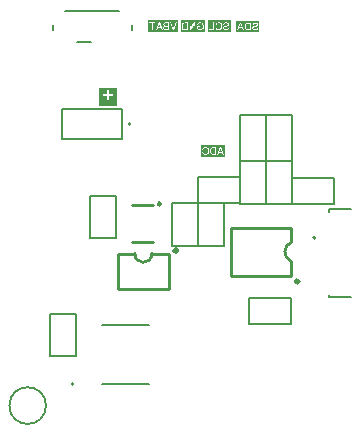
<source format=gbo>
G04*
G04 #@! TF.GenerationSoftware,Altium Limited,Altium Designer,19.0.15 (446)*
G04*
G04 Layer_Color=32896*
%FSLAX44Y44*%
%MOMM*%
G71*
G01*
G75*
%ADD10C,0.3000*%
%ADD11C,0.1270*%
%ADD12C,0.2000*%
%ADD76C,0.2540*%
G36*
X528750Y448500D02*
X508750D01*
Y458500D01*
X528750D01*
Y448500D01*
D02*
G37*
G36*
X511500Y554164D02*
X491500D01*
Y564164D01*
X511500D01*
Y554164D01*
D02*
G37*
G36*
X558000Y554000D02*
X538000D01*
Y564000D01*
X558000D01*
Y554000D01*
D02*
G37*
G36*
X534000Y554164D02*
X514000D01*
Y564164D01*
X534000D01*
Y554164D01*
D02*
G37*
G36*
X488750D02*
X463750D01*
Y564164D01*
X488750D01*
Y554164D01*
D02*
G37*
G36*
X437250Y491500D02*
X422250D01*
Y506500D01*
X437250D01*
Y491500D01*
D02*
G37*
%LPC*%
G36*
X515144Y456810D02*
Y453648D01*
X515135Y453713D01*
Y453805D01*
X515126Y453898D01*
X515117Y454018D01*
X515098Y454138D01*
X515052Y454406D01*
X514987Y454702D01*
X514895Y454998D01*
X514765Y455284D01*
X514756Y455294D01*
X514747Y455321D01*
X514728Y455358D01*
X514691Y455405D01*
X514654Y455469D01*
X514608Y455543D01*
X514488Y455710D01*
X514331Y455895D01*
X514146Y456079D01*
X513933Y456264D01*
X513683Y456422D01*
X513674Y456431D01*
X513646Y456440D01*
X513609Y456459D01*
X513563Y456486D01*
X513489Y456514D01*
X513415Y456542D01*
X513323Y456579D01*
X513221Y456616D01*
X513110Y456653D01*
X512990Y456690D01*
X512731Y456745D01*
X512435Y456791D01*
X512130Y456810D01*
X515144D01*
X509486D01*
X512038D01*
X511973Y456801D01*
X511890Y456791D01*
X511788Y456782D01*
X511686Y456773D01*
X511566Y456745D01*
X511316Y456690D01*
X511039Y456606D01*
X510900Y456551D01*
X510771Y456486D01*
X510642Y456403D01*
X510512Y456320D01*
X510503Y456311D01*
X510484Y456301D01*
X510447Y456274D01*
X510401Y456227D01*
X510355Y456181D01*
X510290Y456116D01*
X510225Y456043D01*
X510152Y455969D01*
X510078Y455876D01*
X510004Y455765D01*
X509920Y455654D01*
X509846Y455534D01*
X509782Y455395D01*
X509708Y455257D01*
X509652Y455109D01*
X509597Y454942D01*
X510429Y454748D01*
Y454757D01*
X510438Y454776D01*
X510457Y454813D01*
X510475Y454859D01*
X510494Y454915D01*
X510521Y454989D01*
X510595Y455136D01*
X510688Y455303D01*
X510799Y455469D01*
X510938Y455626D01*
X511085Y455765D01*
X511104Y455784D01*
X511159Y455821D01*
X511252Y455867D01*
X511372Y455932D01*
X511529Y455987D01*
X511705Y456043D01*
X511917Y456079D01*
X512149Y456089D01*
X512223D01*
X512269Y456079D01*
X512333D01*
X512407Y456070D01*
X512583Y456043D01*
X512777Y456006D01*
X512981Y455941D01*
X513193Y455848D01*
X513387Y455728D01*
X513397D01*
X513406Y455710D01*
X513471Y455663D01*
X513554Y455589D01*
X513656Y455479D01*
X513776Y455340D01*
X513887Y455183D01*
X513988Y454989D01*
X514081Y454776D01*
Y454767D01*
X514090Y454748D01*
X514100Y454720D01*
X514109Y454674D01*
X514127Y454619D01*
X514146Y454554D01*
X514173Y454397D01*
X514210Y454212D01*
X514247Y454008D01*
X514266Y453787D01*
X514275Y453546D01*
Y453537D01*
Y453509D01*
Y453463D01*
Y453408D01*
X514266Y453343D01*
Y453260D01*
X514257Y453167D01*
X514247Y453065D01*
X514220Y452844D01*
X514173Y452603D01*
X514118Y452363D01*
X514044Y452122D01*
Y452113D01*
X514035Y452095D01*
X514016Y452067D01*
X513998Y452021D01*
X513942Y451910D01*
X513859Y451780D01*
X513757Y451632D01*
X513628Y451475D01*
X513480Y451337D01*
X513304Y451207D01*
X513295D01*
X513277Y451198D01*
X513249Y451179D01*
X513212Y451161D01*
X513166Y451142D01*
X513110Y451115D01*
X512981Y451059D01*
X512814Y451004D01*
X512629Y450957D01*
X512426Y450920D01*
X512213Y450911D01*
X512149D01*
X512093Y450920D01*
X512028D01*
X511964Y450930D01*
X511797Y450967D01*
X511603Y451013D01*
X511409Y451087D01*
X511206Y451189D01*
X511104Y451244D01*
X511011Y451318D01*
X511002Y451327D01*
X510993Y451337D01*
X510965Y451364D01*
X510928Y451392D01*
X510891Y451438D01*
X510845Y451494D01*
X510789Y451549D01*
X510743Y451623D01*
X510688Y451706D01*
X510623Y451799D01*
X510568Y451891D01*
X510512Y452002D01*
X510466Y452122D01*
X510420Y452252D01*
X510373Y452391D01*
X510336Y452538D01*
X509486Y452326D01*
Y452317D01*
X509495Y452280D01*
X509514Y452224D01*
X509541Y452150D01*
X509569Y452067D01*
X509606Y451965D01*
X509652Y451854D01*
X509708Y451734D01*
X509837Y451475D01*
X510004Y451216D01*
X510105Y451087D01*
X510207Y450957D01*
X510318Y450846D01*
X510447Y450736D01*
X510457Y450726D01*
X510475Y450708D01*
X510521Y450689D01*
X510568Y450652D01*
X510642Y450606D01*
X510716Y450560D01*
X510817Y450514D01*
X510919Y450467D01*
X511039Y450412D01*
X511169Y450366D01*
X511307Y450320D01*
X511455Y450273D01*
X511612Y450236D01*
X511779Y450218D01*
X511954Y450199D01*
X512139Y450190D01*
X512241D01*
X512315Y450199D01*
X512398D01*
X512500Y450209D01*
X512611Y450227D01*
X512740Y450246D01*
X513008Y450292D01*
X513286Y450366D01*
X513563Y450467D01*
X513693Y450532D01*
X513822Y450606D01*
X513831Y450615D01*
X513850Y450625D01*
X513887Y450652D01*
X513924Y450689D01*
X513979Y450726D01*
X514044Y450782D01*
X514118Y450846D01*
X514192Y450920D01*
X514266Y451004D01*
X514349Y451087D01*
X514515Y451300D01*
X514673Y451549D01*
X514811Y451827D01*
Y451836D01*
X514830Y451864D01*
X514839Y451910D01*
X514867Y451965D01*
X514885Y452039D01*
X514913Y452132D01*
X514950Y452233D01*
X514978Y452344D01*
X515005Y452464D01*
X515042Y452603D01*
X515089Y452890D01*
X515126Y453213D01*
X515144Y453546D01*
Y450736D01*
Y456810D01*
D02*
G37*
G36*
X525573Y456699D02*
X524649D01*
X522032Y450301D01*
X526944D01*
X522994D01*
X523743Y452243D01*
X526424D01*
X527117Y450301D01*
X528014D01*
X525573Y456699D01*
D02*
G37*
G36*
X521348D02*
X518889D01*
X518722Y456690D01*
X518537Y456680D01*
X518352Y456662D01*
X518167Y456634D01*
X518010Y456606D01*
X518001D01*
X517983Y456597D01*
X517955D01*
X517918Y456579D01*
X517816Y456551D01*
X517687Y456505D01*
X517539Y456440D01*
X517382Y456357D01*
X517225Y456264D01*
X517076Y456144D01*
X517067Y456135D01*
X517058Y456126D01*
X517030Y456098D01*
X516993Y456070D01*
X516901Y455978D01*
X516790Y455848D01*
X516670Y455691D01*
X516540Y455506D01*
X516420Y455294D01*
X516318Y455053D01*
Y455044D01*
X516309Y455025D01*
X516291Y454989D01*
X516281Y454933D01*
X516254Y454868D01*
X516235Y454794D01*
X516217Y454711D01*
X516189Y454609D01*
X516161Y454508D01*
X516143Y454388D01*
X516096Y454129D01*
X516069Y453842D01*
X516059Y453528D01*
Y453408D01*
X516069Y453343D01*
Y453269D01*
X516078Y453093D01*
X516106Y452890D01*
X516133Y452677D01*
X516180Y452455D01*
X516235Y452233D01*
Y452224D01*
X516244Y452206D01*
X516254Y452178D01*
X516263Y452141D01*
X516300Y452039D01*
X516355Y451910D01*
X516411Y451762D01*
X516485Y451614D01*
X516577Y451457D01*
X516670Y451309D01*
X516679Y451290D01*
X516716Y451244D01*
X516771Y451179D01*
X516845Y451096D01*
X516929Y451004D01*
X517030Y450911D01*
X517132Y450810D01*
X517252Y450726D01*
X517271Y450717D01*
X517308Y450689D01*
X517372Y450652D01*
X517465Y450606D01*
X517576Y450551D01*
X517705Y450504D01*
X517853Y450449D01*
X518020Y450403D01*
X518038D01*
X518066Y450393D01*
X518094Y450384D01*
X518186Y450375D01*
X518315Y450356D01*
X518463Y450338D01*
X518639Y450320D01*
X518833Y450310D01*
X519046Y450301D01*
X516059D01*
X521348D01*
Y456699D01*
D02*
G37*
G36*
X512139Y450190D02*
X509486D01*
X512139D01*
D01*
D02*
G37*
%LPD*%
G36*
X525130Y456024D02*
X525139Y456006D01*
Y455969D01*
X525157Y455932D01*
X525166Y455867D01*
X525185Y455802D01*
X525222Y455645D01*
X525268Y455460D01*
X525333Y455257D01*
X525398Y455035D01*
X525481Y454804D01*
X526174Y452936D01*
X524011D01*
X524676Y454693D01*
Y454702D01*
X524686Y454730D01*
X524704Y454776D01*
X524723Y454831D01*
X524750Y454896D01*
X524778Y454979D01*
X524806Y455072D01*
X524843Y455164D01*
X524917Y455377D01*
X524991Y455599D01*
X525065Y455821D01*
X525130Y456033D01*
Y456024D01*
D02*
G37*
G36*
X520497Y451059D02*
X518981D01*
X518916Y451068D01*
X518778Y451078D01*
X518621Y451087D01*
X518454Y451105D01*
X518288Y451133D01*
X518149Y451170D01*
X518130Y451179D01*
X518084Y451189D01*
X518020Y451216D01*
X517936Y451253D01*
X517844Y451309D01*
X517752Y451364D01*
X517659Y451429D01*
X517567Y451503D01*
X517557Y451521D01*
X517520Y451558D01*
X517465Y451623D01*
X517400Y451716D01*
X517326Y451836D01*
X517243Y451974D01*
X517169Y452132D01*
X517104Y452307D01*
Y452317D01*
X517095Y452335D01*
X517086Y452363D01*
X517076Y452400D01*
X517067Y452446D01*
X517049Y452511D01*
X517030Y452575D01*
X517012Y452649D01*
X516984Y452834D01*
X516956Y453047D01*
X516938Y453287D01*
X516929Y453546D01*
Y453555D01*
Y453592D01*
Y453639D01*
X516938Y453713D01*
Y453796D01*
X516947Y453888D01*
X516956Y453999D01*
X516966Y454110D01*
X517012Y454360D01*
X517067Y454619D01*
X517150Y454859D01*
X517206Y454979D01*
X517261Y455081D01*
Y455090D01*
X517280Y455109D01*
X517298Y455136D01*
X517317Y455173D01*
X517391Y455266D01*
X517483Y455377D01*
X517603Y455497D01*
X517742Y455617D01*
X517899Y455719D01*
X518066Y455802D01*
X518084Y455811D01*
X518130Y455821D01*
X518214Y455848D01*
X518334Y455876D01*
X518482Y455895D01*
X518667Y455922D01*
X518778Y455932D01*
X518898D01*
X519018Y455941D01*
X520497D01*
Y451059D01*
D02*
G37*
%LPC*%
G36*
X503793Y562363D02*
X500306D01*
X502924D01*
X499568Y557333D01*
Y562363D01*
X498754D01*
Y555965D01*
X499632D01*
X502979Y560985D01*
Y555965D01*
X503793D01*
Y562363D01*
D02*
G37*
G36*
X510958Y562474D02*
X507639D01*
X507584Y562465D01*
X507510D01*
X507334Y562446D01*
X507140Y562419D01*
X506936Y562372D01*
X506715Y562317D01*
X506502Y562243D01*
X506493D01*
X506474Y562234D01*
X506446Y562225D01*
X506409Y562206D01*
X506308Y562150D01*
X506178Y562086D01*
X506040Y561993D01*
X505892Y561882D01*
X505753Y561762D01*
X505624Y561614D01*
X505605Y561596D01*
X505568Y561540D01*
X505513Y561457D01*
X505439Y561337D01*
X505365Y561189D01*
X505281Y561004D01*
X505198Y560801D01*
X505134Y560569D01*
X505901Y560366D01*
Y560375D01*
X505910Y560385D01*
X505919Y560412D01*
X505929Y560449D01*
X505956Y560532D01*
X505993Y560644D01*
X506049Y560773D01*
X506114Y560893D01*
X506178Y561022D01*
X506261Y561133D01*
X506271Y561143D01*
X506298Y561180D01*
X506354Y561226D01*
X506419Y561291D01*
X506502Y561365D01*
X506613Y561439D01*
X506733Y561512D01*
X506872Y561577D01*
X506890Y561586D01*
X506936Y561605D01*
X507020Y561633D01*
X507131Y561670D01*
X507260Y561698D01*
X507408Y561725D01*
X507574Y561744D01*
X507750Y561753D01*
X507852D01*
X507898Y561744D01*
X507953D01*
X508092Y561734D01*
X508249Y561707D01*
X508425Y561679D01*
X508591Y561633D01*
X508758Y561568D01*
X508776Y561559D01*
X508832Y561540D01*
X508906Y561494D01*
X508998Y561448D01*
X509109Y561374D01*
X509229Y561300D01*
X509340Y561207D01*
X509442Y561106D01*
X509451Y561096D01*
X509488Y561059D01*
X509534Y560995D01*
X509590Y560921D01*
X509655Y560828D01*
X509719Y560717D01*
X509784Y560597D01*
X509849Y560468D01*
Y560458D01*
X509858Y560440D01*
X509867Y560412D01*
X509886Y560366D01*
X509904Y560311D01*
X509923Y560246D01*
X509950Y560172D01*
X509969Y560089D01*
X510015Y559895D01*
X510052Y559673D01*
X510080Y559441D01*
X510089Y559183D01*
Y559173D01*
Y559146D01*
Y559099D01*
X510080Y559044D01*
Y558970D01*
X510071Y558877D01*
X510061Y558785D01*
X510052Y558683D01*
X510015Y558452D01*
X509969Y558212D01*
X509895Y557971D01*
X509803Y557740D01*
Y557731D01*
X509784Y557713D01*
X509775Y557685D01*
X509747Y557648D01*
X509682Y557546D01*
X509581Y557417D01*
X509460Y557278D01*
X509313Y557139D01*
X509137Y557010D01*
X508943Y556890D01*
X508933D01*
X508915Y556880D01*
X508887Y556862D01*
X508841Y556843D01*
X508795Y556825D01*
X508730Y556806D01*
X508582Y556751D01*
X508397Y556705D01*
X508194Y556659D01*
X507972Y556622D01*
X507741Y556612D01*
X507648D01*
X507593Y556622D01*
X507537D01*
X507399Y556640D01*
X507232Y556659D01*
X507057Y556696D01*
X506862Y556751D01*
X506668Y556816D01*
X506659D01*
X506641Y556825D01*
X506622Y556834D01*
X506585Y556853D01*
X506483Y556899D01*
X506372Y556954D01*
X506243Y557019D01*
X506104Y557093D01*
X505975Y557176D01*
X505864Y557269D01*
Y558471D01*
X507750D01*
Y559229D01*
X505032D01*
Y556853D01*
X505041Y556843D01*
X505060Y556834D01*
X505097Y556806D01*
X505143Y556769D01*
X505198Y556733D01*
X505263Y556686D01*
X505346Y556631D01*
X505429Y556575D01*
X505624Y556455D01*
X505845Y556326D01*
X506077Y556206D01*
X506326Y556104D01*
X506335D01*
X506354Y556095D01*
X506391Y556085D01*
X506437Y556067D01*
X506502Y556048D01*
X506576Y556021D01*
X506659Y556002D01*
X506742Y555984D01*
X506946Y555937D01*
X507177Y555891D01*
X507426Y555863D01*
X507685Y555854D01*
X507778D01*
X507842Y555863D01*
X507926D01*
X508027Y555873D01*
X508138Y555891D01*
X508259Y555900D01*
X508527Y555956D01*
X508813Y556021D01*
X509109Y556122D01*
X509257Y556178D01*
X509405Y556252D01*
X509414Y556261D01*
X509442Y556270D01*
X509479Y556298D01*
X509534Y556326D01*
X509599Y556372D01*
X509664Y556418D01*
X509840Y556548D01*
X510024Y556714D01*
X510219Y556917D01*
X510404Y557149D01*
X510570Y557417D01*
Y557426D01*
X510588Y557454D01*
X510607Y557491D01*
X510635Y557555D01*
X510662Y557620D01*
X510690Y557713D01*
X510727Y557805D01*
X510764Y557916D01*
X510801Y558036D01*
X510838Y558175D01*
X510866Y558314D01*
X510894Y558461D01*
X510940Y558785D01*
X510958Y559127D01*
Y556548D01*
Y559220D01*
X510949Y559284D01*
Y559368D01*
X510940Y559469D01*
X510921Y559571D01*
X510912Y559691D01*
X510884Y559821D01*
X510866Y559959D01*
X510792Y560255D01*
X510699Y560560D01*
X510570Y560865D01*
X510561Y560875D01*
X510551Y560902D01*
X510533Y560939D01*
X510496Y560995D01*
X510459Y561069D01*
X510413Y561143D01*
X510283Y561318D01*
X510126Y561522D01*
X509932Y561716D01*
X509710Y561910D01*
X509581Y561993D01*
X509451Y562076D01*
X509442Y562086D01*
X509414Y562095D01*
X509377Y562113D01*
X509322Y562141D01*
X509248Y562169D01*
X509165Y562206D01*
X509072Y562243D01*
X508961Y562280D01*
X508841Y562317D01*
X508712Y562345D01*
X508573Y562382D01*
X508425Y562409D01*
X508101Y562456D01*
X507935Y562474D01*
X510958D01*
D01*
D02*
G37*
G36*
X497330Y562363D02*
X494871D01*
X494705Y562354D01*
X494520Y562345D01*
X494335Y562326D01*
X494150Y562298D01*
X493993Y562271D01*
X493983D01*
X493965Y562261D01*
X493937D01*
X493900Y562243D01*
X493798Y562215D01*
X493669Y562169D01*
X493521Y562104D01*
X493364Y562021D01*
X493207Y561929D01*
X493059Y561808D01*
X493050Y561799D01*
X493040Y561790D01*
X493013Y561762D01*
X492976Y561734D01*
X492883Y561642D01*
X492772Y561512D01*
X492652Y561355D01*
X492523Y561171D01*
X492402Y560958D01*
X492301Y560717D01*
Y560708D01*
X492291Y560690D01*
X492273Y560653D01*
X492264Y560597D01*
X492236Y560532D01*
X492217Y560458D01*
X492199Y560375D01*
X492171Y560274D01*
X492143Y560172D01*
X492125Y560052D01*
X492079Y559793D01*
X492051Y559506D01*
X492042Y559192D01*
Y559072D01*
X492051Y559007D01*
Y558933D01*
X492060Y558757D01*
X492088Y558554D01*
X492116Y558341D01*
X492162Y558119D01*
X492217Y557897D01*
Y557888D01*
X492227Y557870D01*
X492236Y557842D01*
X492245Y557805D01*
X492282Y557703D01*
X492338Y557574D01*
X492393Y557426D01*
X492467Y557278D01*
X492560Y557121D01*
X492652Y556973D01*
X492661Y556954D01*
X492698Y556908D01*
X492754Y556843D01*
X492828Y556760D01*
X492911Y556668D01*
X493013Y556575D01*
X493114Y556474D01*
X493234Y556390D01*
X493253Y556381D01*
X493290Y556353D01*
X493355Y556316D01*
X493447Y556270D01*
X493558Y556215D01*
X493688Y556169D01*
X493835Y556113D01*
X494002Y556067D01*
X494020D01*
X494048Y556058D01*
X494076Y556048D01*
X494168Y556039D01*
X494298Y556021D01*
X494446Y556002D01*
X494621Y555984D01*
X494815Y555974D01*
X495028Y555965D01*
X492042D01*
Y559072D01*
Y555965D01*
D01*
X497330D01*
Y562363D01*
D02*
G37*
%LPD*%
G36*
X496480Y556723D02*
X494963D01*
X494899Y556733D01*
X494760Y556742D01*
X494603Y556751D01*
X494436Y556769D01*
X494270Y556797D01*
X494131Y556834D01*
X494113Y556843D01*
X494067Y556853D01*
X494002Y556880D01*
X493919Y556917D01*
X493826Y556973D01*
X493734Y557028D01*
X493641Y557093D01*
X493549Y557167D01*
X493540Y557186D01*
X493503Y557223D01*
X493447Y557287D01*
X493382Y557380D01*
X493308Y557500D01*
X493225Y557639D01*
X493151Y557796D01*
X493087Y557971D01*
Y557981D01*
X493077Y557999D01*
X493068Y558027D01*
X493059Y558064D01*
X493050Y558110D01*
X493031Y558175D01*
X493013Y558240D01*
X492994Y558314D01*
X492966Y558498D01*
X492939Y558711D01*
X492920Y558951D01*
X492911Y559210D01*
Y559220D01*
Y559257D01*
Y559303D01*
X492920Y559377D01*
Y559460D01*
X492929Y559552D01*
X492939Y559663D01*
X492948Y559774D01*
X492994Y560024D01*
X493050Y560283D01*
X493133Y560523D01*
X493188Y560644D01*
X493244Y560745D01*
Y560754D01*
X493262Y560773D01*
X493281Y560801D01*
X493299Y560838D01*
X493373Y560930D01*
X493466Y561041D01*
X493586Y561161D01*
X493724Y561281D01*
X493882Y561383D01*
X494048Y561466D01*
X494067Y561476D01*
X494113Y561485D01*
X494196Y561512D01*
X494316Y561540D01*
X494464Y561559D01*
X494649Y561586D01*
X494760Y561596D01*
X494880D01*
X495000Y561605D01*
X496480D01*
Y556723D01*
D02*
G37*
%LPC*%
G36*
X554504Y562310D02*
X554384D01*
X554319Y562301D01*
X554255D01*
X554079Y562282D01*
X553885Y562254D01*
X553681Y562208D01*
X553460Y562153D01*
X553256Y562079D01*
X553247D01*
X553228Y562070D01*
X553201Y562051D01*
X553164Y562033D01*
X553071Y561986D01*
X552951Y561903D01*
X552812Y561811D01*
X552674Y561690D01*
X552544Y561552D01*
X552424Y561395D01*
Y561385D01*
X552415Y561376D01*
X552396Y561348D01*
X552378Y561321D01*
X552332Y561228D01*
X552276Y561108D01*
X552211Y560960D01*
X552165Y560784D01*
X552119Y560600D01*
X552100Y560396D01*
X552914Y560331D01*
Y560341D01*
Y560359D01*
X552923Y560387D01*
X552933Y560433D01*
X552960Y560535D01*
X552997Y560673D01*
X553053Y560821D01*
X553136Y560969D01*
X553238Y561108D01*
X553367Y561237D01*
X553386Y561247D01*
X553432Y561284D01*
X553524Y561339D01*
X553644Y561395D01*
X553802Y561450D01*
X553987Y561506D01*
X554218Y561543D01*
X554477Y561552D01*
X554606D01*
X554661Y561543D01*
X554735Y561533D01*
X554902Y561515D01*
X555087Y561478D01*
X555272Y561432D01*
X555447Y561358D01*
X555521Y561311D01*
X555595Y561265D01*
X555614Y561256D01*
X555651Y561219D01*
X555706Y561154D01*
X555762Y561080D01*
X555826Y560979D01*
X555882Y560868D01*
X555919Y560738D01*
X555937Y560590D01*
Y560572D01*
Y560535D01*
X555928Y560470D01*
X555910Y560396D01*
X555882Y560304D01*
X555836Y560211D01*
X555780Y560119D01*
X555697Y560026D01*
X555688Y560017D01*
X555642Y559989D01*
X555605Y559962D01*
X555568Y559943D01*
X555512Y559915D01*
X555447Y559878D01*
X555364Y559851D01*
X555272Y559814D01*
X555170Y559777D01*
X555050Y559730D01*
X554920Y559693D01*
X554772Y559647D01*
X554606Y559610D01*
X554421Y559564D01*
X554412D01*
X554375Y559555D01*
X554319Y559546D01*
X554255Y559527D01*
X554171Y559509D01*
X554070Y559481D01*
X553968Y559453D01*
X553857Y559425D01*
X553617Y559361D01*
X553386Y559296D01*
X553275Y559259D01*
X553173Y559222D01*
X553080Y559194D01*
X553007Y559157D01*
X552997D01*
X552979Y559148D01*
X552951Y559129D01*
X552914Y559111D01*
X552812Y559055D01*
X552692Y558982D01*
X552553Y558880D01*
X552415Y558769D01*
X552285Y558639D01*
X552174Y558501D01*
X552165Y558482D01*
X552128Y558436D01*
X552091Y558353D01*
X552036Y558242D01*
X551990Y558112D01*
X551943Y557955D01*
X551916Y557780D01*
X551906Y557595D01*
Y557622D01*
Y557511D01*
X551925Y557410D01*
X551943Y557280D01*
X551980Y557132D01*
X552026Y556975D01*
X552100Y556809D01*
X552202Y556633D01*
Y556624D01*
X552211Y556615D01*
X552258Y556559D01*
X552322Y556476D01*
X552415Y556384D01*
X552535Y556273D01*
X552683Y556152D01*
X552849Y556041D01*
X553044Y555940D01*
X553053D01*
X553071Y555930D01*
X553099Y555921D01*
X553136Y555903D01*
X553191Y555884D01*
X553256Y555857D01*
X553404Y555820D01*
X553580Y555773D01*
X553792Y555727D01*
X554024Y555699D01*
X554273Y555690D01*
X551906D01*
D01*
X556991D01*
D01*
X554421D01*
X554495Y555699D01*
X554578D01*
X554671Y555709D01*
X554782Y555718D01*
X555013Y555755D01*
X555253Y555792D01*
X555494Y555857D01*
X555725Y555940D01*
X555734D01*
X555752Y555949D01*
X555780Y555967D01*
X555817Y555986D01*
X555928Y556041D01*
X556058Y556125D01*
X556205Y556236D01*
X556363Y556365D01*
X556511Y556522D01*
X556649Y556698D01*
Y556707D01*
X556668Y556726D01*
X556677Y556753D01*
X556705Y556790D01*
X556723Y556837D01*
X556751Y556892D01*
X556816Y557031D01*
X556880Y557206D01*
X556936Y557401D01*
X556973Y557622D01*
X556991Y557854D01*
X556196Y557928D01*
Y557918D01*
Y557909D01*
X556187Y557881D01*
Y557844D01*
X556169Y557761D01*
X556141Y557641D01*
X556104Y557521D01*
X556067Y557382D01*
X556002Y557253D01*
X555937Y557132D01*
X555928Y557123D01*
X555900Y557086D01*
X555854Y557021D01*
X555780Y556957D01*
X555688Y556874D01*
X555586Y556790D01*
X555447Y556707D01*
X555299Y556633D01*
X555290D01*
X555281Y556624D01*
X555253Y556615D01*
X555225Y556605D01*
X555133Y556578D01*
X555013Y556541D01*
X554865Y556504D01*
X554698Y556476D01*
X554514Y556457D01*
X554310Y556448D01*
X554227D01*
X554134Y556457D01*
X554024Y556467D01*
X553894Y556485D01*
X553746Y556504D01*
X553598Y556541D01*
X553460Y556587D01*
X553441Y556596D01*
X553395Y556615D01*
X553330Y556652D01*
X553247Y556689D01*
X553164Y556753D01*
X553071Y556818D01*
X552979Y556892D01*
X552905Y556984D01*
X552896Y556994D01*
X552877Y557031D01*
X552849Y557077D01*
X552812Y557151D01*
X552775Y557225D01*
X552748Y557317D01*
X552729Y557419D01*
X552720Y557530D01*
Y557539D01*
Y557585D01*
X552729Y557641D01*
X552738Y557715D01*
X552766Y557789D01*
X552794Y557881D01*
X552840Y557974D01*
X552905Y558057D01*
X552914Y558066D01*
X552942Y558094D01*
X552979Y558131D01*
X553044Y558186D01*
X553117Y558242D01*
X553219Y558307D01*
X553339Y558371D01*
X553478Y558427D01*
X553487Y558436D01*
X553534Y558445D01*
X553607Y558473D01*
X553654Y558482D01*
X553718Y558501D01*
X553783Y558529D01*
X553866Y558547D01*
X553959Y558575D01*
X554070Y558602D01*
X554181Y558630D01*
X554310Y558667D01*
X554458Y558704D01*
X554615Y558741D01*
X554624D01*
X554652Y558750D01*
X554698Y558760D01*
X554754Y558778D01*
X554828Y558797D01*
X554911Y558815D01*
X555096Y558871D01*
X555299Y558935D01*
X555512Y559000D01*
X555697Y559065D01*
X555780Y559102D01*
X555854Y559139D01*
X555863D01*
X555873Y559148D01*
X555928Y559185D01*
X556011Y559231D01*
X556104Y559305D01*
X556215Y559388D01*
X556326Y559490D01*
X556437Y559610D01*
X556529Y559740D01*
X556538Y559758D01*
X556566Y559804D01*
X556603Y559878D01*
X556640Y559971D01*
X556677Y560091D01*
X556714Y560230D01*
X556742Y560378D01*
X556751Y560535D01*
Y560544D01*
Y560553D01*
Y560581D01*
Y560618D01*
X556732Y560710D01*
X556714Y560831D01*
X556686Y560969D01*
X556640Y561127D01*
X556575Y561284D01*
X556483Y561441D01*
Y561450D01*
X556474Y561459D01*
X556427Y561515D01*
X556363Y561589D01*
X556279Y561681D01*
X556169Y561783D01*
X556030Y561894D01*
X555863Y561996D01*
X555678Y562088D01*
X555669D01*
X555651Y562097D01*
X555623Y562107D01*
X555586Y562125D01*
X555540Y562144D01*
X555475Y562162D01*
X555336Y562199D01*
X555161Y562236D01*
X554957Y562273D01*
X554745Y562301D01*
X554504Y562310D01*
D02*
G37*
G36*
X550741Y562199D02*
X548282D01*
X548116Y562190D01*
X547931Y562180D01*
X547746Y562162D01*
X547561Y562134D01*
X547404Y562107D01*
X547394D01*
X547376Y562097D01*
X547348D01*
X547311Y562079D01*
X547210Y562051D01*
X547080Y562005D01*
X546932Y561940D01*
X546775Y561857D01*
X546618Y561764D01*
X546470Y561644D01*
X546461Y561635D01*
X546451Y561626D01*
X546424Y561598D01*
X546387Y561570D01*
X546294Y561478D01*
X546183Y561348D01*
X546063Y561191D01*
X545934Y561006D01*
X545813Y560794D01*
X545712Y560553D01*
Y560544D01*
X545703Y560526D01*
X545684Y560489D01*
X545675Y560433D01*
X545647Y560368D01*
X545629Y560294D01*
X545610Y560211D01*
X545582Y560109D01*
X545555Y560008D01*
X545536Y559888D01*
X545490Y559629D01*
X545462Y559342D01*
X545453Y559028D01*
Y558908D01*
X545462Y558843D01*
Y558769D01*
X545471Y558593D01*
X545499Y558390D01*
X545527Y558177D01*
X545573Y557955D01*
X545629Y557733D01*
Y557724D01*
X545638Y557706D01*
X545647Y557678D01*
X545656Y557641D01*
X545693Y557539D01*
X545749Y557410D01*
X545804Y557262D01*
X545878Y557114D01*
X545971Y556957D01*
X546063Y556809D01*
X546072Y556790D01*
X546109Y556744D01*
X546165Y556679D01*
X546239Y556596D01*
X546322Y556504D01*
X546424Y556411D01*
X546525Y556310D01*
X546646Y556226D01*
X546664Y556217D01*
X546701Y556189D01*
X546766Y556152D01*
X546858Y556106D01*
X546969Y556051D01*
X547099Y556004D01*
X547247Y555949D01*
X547413Y555903D01*
X547431D01*
X547459Y555894D01*
X547487Y555884D01*
X547579Y555875D01*
X547709Y555857D01*
X547857Y555838D01*
X548032Y555820D01*
X548227Y555810D01*
X548439Y555801D01*
X545453D01*
Y558908D01*
Y555801D01*
D01*
X550741D01*
Y562199D01*
D02*
G37*
G36*
X542550D02*
X541625D01*
X539009Y555801D01*
X543920D01*
X539970D01*
X540719Y557743D01*
X543400D01*
X544094Y555801D01*
X544991D01*
X542550Y562199D01*
D02*
G37*
%LPD*%
G36*
X549891Y556559D02*
X548374D01*
X548310Y556568D01*
X548171Y556578D01*
X548014Y556587D01*
X547847Y556605D01*
X547681Y556633D01*
X547542Y556670D01*
X547524Y556679D01*
X547478Y556689D01*
X547413Y556716D01*
X547330Y556753D01*
X547237Y556809D01*
X547145Y556864D01*
X547052Y556929D01*
X546960Y557003D01*
X546951Y557021D01*
X546914Y557058D01*
X546858Y557123D01*
X546793Y557216D01*
X546720Y557336D01*
X546636Y557475D01*
X546562Y557632D01*
X546498Y557807D01*
Y557817D01*
X546488Y557835D01*
X546479Y557863D01*
X546470Y557900D01*
X546461Y557946D01*
X546442Y558011D01*
X546424Y558075D01*
X546405Y558149D01*
X546377Y558334D01*
X546350Y558547D01*
X546331Y558787D01*
X546322Y559046D01*
Y559055D01*
Y559092D01*
Y559139D01*
X546331Y559213D01*
Y559296D01*
X546340Y559388D01*
X546350Y559499D01*
X546359Y559610D01*
X546405Y559860D01*
X546461Y560119D01*
X546544Y560359D01*
X546599Y560479D01*
X546655Y560581D01*
Y560590D01*
X546673Y560609D01*
X546692Y560636D01*
X546710Y560673D01*
X546784Y560766D01*
X546877Y560877D01*
X546997Y560997D01*
X547136Y561117D01*
X547293Y561219D01*
X547459Y561302D01*
X547478Y561311D01*
X547524Y561321D01*
X547607Y561348D01*
X547727Y561376D01*
X547875Y561395D01*
X548060Y561422D01*
X548171Y561432D01*
X548291D01*
X548411Y561441D01*
X549891D01*
Y556559D01*
D02*
G37*
G36*
X542106Y561524D02*
X542115Y561506D01*
Y561469D01*
X542134Y561432D01*
X542143Y561367D01*
X542161Y561302D01*
X542198Y561145D01*
X542245Y560960D01*
X542309Y560757D01*
X542374Y560535D01*
X542457Y560304D01*
X543151Y558436D01*
X540987D01*
X541653Y560193D01*
Y560202D01*
X541662Y560230D01*
X541681Y560276D01*
X541699Y560331D01*
X541727Y560396D01*
X541755Y560479D01*
X541782Y560572D01*
X541819Y560664D01*
X541893Y560877D01*
X541967Y561099D01*
X542041Y561321D01*
X542106Y561533D01*
Y561524D01*
D02*
G37*
%LPC*%
G36*
X529848Y562474D02*
X529728D01*
D01*
D01*
D01*
X527250D01*
X529728D01*
X529663Y562465D01*
X529598D01*
X529422Y562446D01*
X529228Y562419D01*
X529025Y562372D01*
X528803Y562317D01*
X528600Y562243D01*
X528590D01*
X528572Y562234D01*
X528544Y562215D01*
X528507Y562197D01*
X528415Y562150D01*
X528295Y562067D01*
X528156Y561975D01*
X528017Y561855D01*
X527888Y561716D01*
X527768Y561559D01*
Y561549D01*
X527758Y561540D01*
X527740Y561512D01*
X527721Y561485D01*
X527675Y561392D01*
X527620Y561272D01*
X527555Y561124D01*
X527509Y560949D01*
X527463Y560764D01*
X527444Y560560D01*
X528258Y560495D01*
Y560505D01*
Y560523D01*
X528267Y560551D01*
X528276Y560597D01*
X528304Y560699D01*
X528341Y560838D01*
X528396Y560985D01*
X528479Y561133D01*
X528581Y561272D01*
X528711Y561402D01*
X528729Y561411D01*
X528775Y561448D01*
X528868Y561503D01*
X528988Y561559D01*
X529145Y561614D01*
X529330Y561670D01*
X529561Y561707D01*
X529820Y561716D01*
X529949D01*
X530005Y561707D01*
X530079Y561698D01*
X530245Y561679D01*
X530430Y561642D01*
X530615Y561596D01*
X530791Y561522D01*
X530865Y561476D01*
X530939Y561429D01*
X530957Y561420D01*
X530994Y561383D01*
X531050Y561318D01*
X531105Y561244D01*
X531170Y561143D01*
X531225Y561032D01*
X531262Y560902D01*
X531281Y560754D01*
Y560736D01*
Y560699D01*
X531272Y560634D01*
X531253Y560560D01*
X531225Y560468D01*
X531179Y560375D01*
X531124Y560283D01*
X531040Y560190D01*
X531031Y560181D01*
X530985Y560153D01*
X530948Y560126D01*
X530911Y560107D01*
X530856Y560079D01*
X530791Y560042D01*
X530708Y560015D01*
X530615Y559978D01*
X530513Y559941D01*
X530393Y559895D01*
X530264Y559858D01*
X530116Y559811D01*
X529949Y559774D01*
X529765Y559728D01*
X529755D01*
X529718Y559719D01*
X529663Y559710D01*
X529598Y559691D01*
X529515Y559673D01*
X529413Y559645D01*
X529312Y559617D01*
X529201Y559590D01*
X528960Y559525D01*
X528729Y559460D01*
X528618Y559423D01*
X528517Y559386D01*
X528424Y559358D01*
X528350Y559321D01*
X528341D01*
X528322Y559312D01*
X528295Y559294D01*
X528258Y559275D01*
X528156Y559220D01*
X528036Y559146D01*
X527897Y559044D01*
X527758Y558933D01*
X527629Y558804D01*
X527518Y558665D01*
X527509Y558646D01*
X527472Y558600D01*
X527435Y558517D01*
X527379Y558406D01*
X527333Y558277D01*
X527287Y558119D01*
X527259Y557944D01*
X527250Y557759D01*
Y557787D01*
Y557676D01*
X527268Y557574D01*
X527287Y557444D01*
X527324Y557296D01*
X527370Y557139D01*
X527444Y556973D01*
X527546Y556797D01*
Y556788D01*
X527555Y556779D01*
X527601Y556723D01*
X527666Y556640D01*
X527758Y556548D01*
X527878Y556437D01*
X528027Y556316D01*
X528193Y556206D01*
X528387Y556104D01*
X528396D01*
X528415Y556095D01*
X528442Y556085D01*
X528479Y556067D01*
X528535Y556048D01*
X528600Y556021D01*
X528748Y555984D01*
X528923Y555937D01*
X529136Y555891D01*
X529367Y555863D01*
X529617Y555854D01*
X529765D01*
X529839Y555863D01*
X529922D01*
X530014Y555873D01*
X530125Y555882D01*
X530356Y555919D01*
X530597Y555956D01*
X530837Y556021D01*
X531068Y556104D01*
X531077D01*
X531096Y556113D01*
X531124Y556132D01*
X531161Y556150D01*
X531272Y556206D01*
X531401Y556289D01*
X531549Y556400D01*
X531706Y556529D01*
X531854Y556686D01*
X531993Y556862D01*
Y556871D01*
X532011Y556890D01*
X532021Y556917D01*
X532048Y556954D01*
X532067Y557001D01*
X532094Y557056D01*
X532159Y557195D01*
X532224Y557370D01*
X532279Y557565D01*
X532316Y557787D01*
X532335Y558018D01*
X531540Y558092D01*
Y558082D01*
Y558073D01*
X531530Y558045D01*
Y558008D01*
X531512Y557925D01*
X531484Y557805D01*
X531447Y557685D01*
X531410Y557546D01*
X531346Y557417D01*
X531281Y557296D01*
X531272Y557287D01*
X531244Y557250D01*
X531198Y557186D01*
X531124Y557121D01*
X531031Y557038D01*
X530930Y556954D01*
X530791Y556871D01*
X530643Y556797D01*
X530634D01*
X530625Y556788D01*
X530597Y556779D01*
X530569Y556769D01*
X530476Y556742D01*
X530356Y556705D01*
X530208Y556668D01*
X530042Y556640D01*
X529857Y556622D01*
X529654Y556612D01*
X529571D01*
X529478Y556622D01*
X529367Y556631D01*
X529238Y556649D01*
X529090Y556668D01*
X528942Y556705D01*
X528803Y556751D01*
X528785Y556760D01*
X528738Y556779D01*
X528674Y556816D01*
X528590Y556853D01*
X528507Y556917D01*
X528415Y556982D01*
X528322Y557056D01*
X528248Y557149D01*
X528239Y557158D01*
X528221Y557195D01*
X528193Y557241D01*
X528156Y557315D01*
X528119Y557389D01*
X528091Y557481D01*
X528073Y557583D01*
X528063Y557694D01*
Y557703D01*
Y557750D01*
X528073Y557805D01*
X528082Y557879D01*
X528110Y557953D01*
X528137Y558045D01*
X528184Y558138D01*
X528248Y558221D01*
X528258Y558230D01*
X528285Y558258D01*
X528322Y558295D01*
X528387Y558350D01*
X528461Y558406D01*
X528563Y558471D01*
X528683Y558535D01*
X528822Y558591D01*
X528831Y558600D01*
X528877Y558609D01*
X528951Y558637D01*
X528997Y558646D01*
X529062Y558665D01*
X529127Y558693D01*
X529210Y558711D01*
X529302Y558739D01*
X529413Y558767D01*
X529524Y558794D01*
X529654Y558831D01*
X529802Y558868D01*
X529959Y558905D01*
X529968D01*
X529996Y558914D01*
X530042Y558924D01*
X530098Y558942D01*
X530171Y558961D01*
X530255Y558979D01*
X530440Y559035D01*
X530643Y559099D01*
X530856Y559164D01*
X531040Y559229D01*
X531124Y559266D01*
X531198Y559303D01*
X531207D01*
X531216Y559312D01*
X531272Y559349D01*
X531355Y559395D01*
X531447Y559469D01*
X531558Y559552D01*
X531669Y559654D01*
X531780Y559774D01*
X531873Y559904D01*
X531882Y559922D01*
X531910Y559968D01*
X531947Y560042D01*
X531984Y560135D01*
X532021Y560255D01*
X532057Y560394D01*
X532085Y560542D01*
X532094Y560699D01*
Y560708D01*
Y560717D01*
Y560745D01*
Y560782D01*
X532076Y560875D01*
X532057Y560995D01*
X532030Y561133D01*
X531984Y561291D01*
X531919Y561448D01*
X531826Y561605D01*
Y561614D01*
X531817Y561623D01*
X531771Y561679D01*
X531706Y561753D01*
X531623Y561845D01*
X531512Y561947D01*
X531373Y562058D01*
X531207Y562160D01*
X531022Y562252D01*
X531013D01*
X530994Y562261D01*
X530967Y562271D01*
X530930Y562289D01*
X530883Y562308D01*
X530819Y562326D01*
X530680Y562363D01*
X530504Y562400D01*
X530301Y562437D01*
X530088Y562465D01*
X529848Y562474D01*
D02*
G37*
G36*
X526334D02*
Y559312D01*
X526325Y559377D01*
Y559469D01*
X526316Y559562D01*
X526307Y559682D01*
X526288Y559802D01*
X526242Y560070D01*
X526177Y560366D01*
X526085Y560662D01*
X525955Y560949D01*
X525946Y560958D01*
X525937Y560985D01*
X525919Y561022D01*
X525882Y561069D01*
X525844Y561133D01*
X525798Y561207D01*
X525678Y561374D01*
X525521Y561559D01*
X525336Y561744D01*
X525123Y561929D01*
X524874Y562086D01*
X524865Y562095D01*
X524837Y562104D01*
X524800Y562123D01*
X524753Y562150D01*
X524679Y562178D01*
X524606Y562206D01*
X524513Y562243D01*
X524411Y562280D01*
X524300Y562317D01*
X524180Y562354D01*
X523921Y562409D01*
X523625Y562456D01*
X523320Y562474D01*
X526334D01*
X520676D01*
X523228D01*
X523163Y562465D01*
X523080Y562456D01*
X522978Y562446D01*
X522877Y562437D01*
X522757Y562409D01*
X522507Y562354D01*
X522229Y562271D01*
X522091Y562215D01*
X521961Y562150D01*
X521832Y562067D01*
X521702Y561984D01*
X521693Y561975D01*
X521675Y561966D01*
X521638Y561938D01*
X521591Y561892D01*
X521545Y561845D01*
X521481Y561781D01*
X521416Y561707D01*
X521342Y561633D01*
X521268Y561540D01*
X521194Y561429D01*
X521111Y561318D01*
X521037Y561198D01*
X520972Y561059D01*
X520898Y560921D01*
X520843Y560773D01*
X520787Y560606D01*
X521619Y560412D01*
Y560422D01*
X521628Y560440D01*
X521647Y560477D01*
X521665Y560523D01*
X521684Y560579D01*
X521712Y560653D01*
X521786Y560801D01*
X521878Y560967D01*
X521989Y561133D01*
X522128Y561291D01*
X522276Y561429D01*
X522294Y561448D01*
X522350Y561485D01*
X522442Y561531D01*
X522562Y561596D01*
X522719Y561651D01*
X522895Y561707D01*
X523108Y561744D01*
X523339Y561753D01*
X523413D01*
X523459Y561744D01*
X523524D01*
X523598Y561734D01*
X523773Y561707D01*
X523968Y561670D01*
X524171Y561605D01*
X524384Y561512D01*
X524578Y561392D01*
X524587D01*
X524596Y561374D01*
X524661Y561328D01*
X524744Y561254D01*
X524846Y561143D01*
X524966Y561004D01*
X525077Y560847D01*
X525179Y560653D01*
X525271Y560440D01*
Y560431D01*
X525280Y560412D01*
X525290Y560385D01*
X525299Y560338D01*
X525317Y560283D01*
X525336Y560218D01*
X525364Y560061D01*
X525401Y559876D01*
X525438Y559673D01*
X525456Y559451D01*
X525465Y559210D01*
Y559201D01*
Y559173D01*
Y559127D01*
Y559072D01*
X525456Y559007D01*
Y558924D01*
X525447Y558831D01*
X525438Y558730D01*
X525410Y558508D01*
X525364Y558267D01*
X525308Y558027D01*
X525234Y557787D01*
Y557777D01*
X525225Y557759D01*
X525206Y557731D01*
X525188Y557685D01*
X525133Y557574D01*
X525049Y557444D01*
X524948Y557296D01*
X524818Y557139D01*
X524670Y557001D01*
X524495Y556871D01*
X524485D01*
X524467Y556862D01*
X524439Y556843D01*
X524402Y556825D01*
X524356Y556806D01*
X524300Y556779D01*
X524171Y556723D01*
X524005Y556668D01*
X523820Y556622D01*
X523616Y556585D01*
X523404Y556575D01*
X523339D01*
X523284Y556585D01*
X523219D01*
X523154Y556594D01*
X522988Y556631D01*
X522793Y556677D01*
X522599Y556751D01*
X522396Y556853D01*
X522294Y556908D01*
X522202Y556982D01*
X522192Y556991D01*
X522183Y557001D01*
X522155Y557028D01*
X522118Y557056D01*
X522081Y557102D01*
X522035Y557158D01*
X521980Y557213D01*
X521934Y557287D01*
X521878Y557370D01*
X521813Y557463D01*
X521758Y557555D01*
X521702Y557666D01*
X521656Y557787D01*
X521610Y557916D01*
X521564Y558055D01*
X521527Y558203D01*
X520676Y557990D01*
Y557981D01*
X520685Y557944D01*
X520704Y557888D01*
X520732Y557814D01*
X520759Y557731D01*
X520796Y557629D01*
X520843Y557518D01*
X520898Y557398D01*
X521027Y557139D01*
X521194Y556880D01*
X521296Y556751D01*
X521397Y556622D01*
X521508Y556511D01*
X521638Y556400D01*
X521647Y556390D01*
X521665Y556372D01*
X521712Y556353D01*
X521758Y556316D01*
X521832Y556270D01*
X521906Y556224D01*
X522008Y556178D01*
X522109Y556132D01*
X522229Y556076D01*
X522359Y556030D01*
X522498Y555984D01*
X522645Y555937D01*
X522803Y555900D01*
X522969Y555882D01*
X523145Y555863D01*
X523330Y555854D01*
X523431D01*
X523505Y555863D01*
X523589D01*
X523690Y555873D01*
X523801Y555891D01*
X523931Y555910D01*
X524199Y555956D01*
X524476Y556030D01*
X524753Y556132D01*
X524883Y556196D01*
X525012Y556270D01*
X525022Y556279D01*
X525040Y556289D01*
X525077Y556316D01*
X525114Y556353D01*
X525170Y556390D01*
X525234Y556446D01*
X525308Y556511D01*
X525382Y556585D01*
X525456Y556668D01*
X525539Y556751D01*
X525706Y556964D01*
X525863Y557213D01*
X526002Y557491D01*
Y557500D01*
X526020Y557528D01*
X526029Y557574D01*
X526057Y557629D01*
X526076Y557703D01*
X526103Y557796D01*
X526140Y557897D01*
X526168Y558008D01*
X526196Y558129D01*
X526233Y558267D01*
X526279Y558554D01*
X526316Y558877D01*
X526334Y559210D01*
Y556437D01*
Y562474D01*
D02*
G37*
G36*
X519668Y562363D02*
X515665D01*
D01*
X518818D01*
Y556723D01*
X515665D01*
Y555965D01*
X519668D01*
Y562363D01*
D02*
G37*
G36*
X523330Y555854D02*
X520676D01*
X523330D01*
D01*
D02*
G37*
G36*
X481238Y562363D02*
X476403D01*
X478723D01*
X478658Y562354D01*
X478585D01*
X478418Y562335D01*
X478233Y562317D01*
X478039Y562280D01*
X477845Y562234D01*
X477669Y562169D01*
X477660D01*
X477651Y562160D01*
X477595Y562132D01*
X477512Y562086D01*
X477420Y562021D01*
X477309Y561938D01*
X477188Y561836D01*
X477077Y561707D01*
X476976Y561568D01*
X476967Y561549D01*
X476939Y561494D01*
X476893Y561420D01*
X476846Y561309D01*
X476800Y561180D01*
X476754Y561041D01*
X476726Y560884D01*
X476717Y560727D01*
Y560708D01*
Y560662D01*
X476726Y560579D01*
X476745Y560477D01*
X476772Y560357D01*
X476819Y560227D01*
X476874Y560098D01*
X476948Y559959D01*
X476957Y559941D01*
X476985Y559904D01*
X477040Y559830D01*
X477114Y559756D01*
X477207Y559663D01*
X477318Y559562D01*
X477457Y559469D01*
X477614Y559377D01*
X477604D01*
X477586Y559368D01*
X477558Y559358D01*
X477521Y559340D01*
X477410Y559303D01*
X477281Y559238D01*
X477142Y559155D01*
X476985Y559053D01*
X476846Y558933D01*
X476717Y558785D01*
X476708Y558767D01*
X476671Y558711D01*
X476615Y558628D01*
X476560Y558517D01*
X476504Y558369D01*
X476449Y558212D01*
X476412Y558027D01*
X476403Y557823D01*
D01*
Y557750D01*
X476412Y557657D01*
X476430Y557546D01*
X476449Y557417D01*
X476486Y557278D01*
X476532Y557130D01*
X476597Y556982D01*
X476606Y556964D01*
X476634Y556917D01*
X476671Y556853D01*
X476726Y556760D01*
X476800Y556668D01*
X476874Y556566D01*
X476967Y556464D01*
X477068Y556381D01*
X477077Y556372D01*
X477114Y556344D01*
X477179Y556307D01*
X477262Y556270D01*
X477364Y556215D01*
X477484Y556159D01*
X477614Y556113D01*
X477771Y556067D01*
X477789D01*
X477845Y556048D01*
X477937Y556039D01*
X478058Y556021D01*
X478205Y556002D01*
X478381Y555984D01*
X478575Y555974D01*
X478797Y555965D01*
X481238D01*
Y562363D01*
D02*
G37*
G36*
X487830D02*
X486906D01*
X485241Y557713D01*
Y557703D01*
X485232Y557685D01*
X485223Y557657D01*
X485204Y557620D01*
X485195Y557565D01*
X485177Y557509D01*
X485130Y557370D01*
X485075Y557213D01*
X485019Y557038D01*
X484908Y556668D01*
Y556677D01*
X484899Y556696D01*
X484890Y556723D01*
X484881Y556760D01*
X484853Y556862D01*
X484807Y557001D01*
X484761Y557158D01*
X484705Y557333D01*
X484640Y557518D01*
X484566Y557713D01*
X482828Y562363D01*
X482982D01*
X481968D01*
X484465Y555965D01*
X481968D01*
X487830D01*
X485352D01*
X487830Y562363D01*
D02*
G37*
G36*
X473499D02*
X472575D01*
X469958Y555965D01*
X474870D01*
X470920D01*
X471669Y557907D01*
X474350D01*
X475043Y555965D01*
X475940D01*
X473499Y562363D01*
D02*
G37*
G36*
X469755D02*
X464688D01*
Y561605D01*
X466796D01*
Y555965D01*
X469755D01*
Y562363D01*
D02*
G37*
%LPD*%
G36*
X480387Y559682D02*
X478816D01*
X478695Y559691D01*
X478566Y559700D01*
X478437Y559710D01*
X478307Y559728D01*
X478205Y559747D01*
X478187Y559756D01*
X478150Y559765D01*
X478094Y559793D01*
X478021Y559830D01*
X477947Y559867D01*
X477863Y559922D01*
X477780Y559996D01*
X477715Y560070D01*
X477706Y560079D01*
X477688Y560107D01*
X477660Y560163D01*
X477632Y560227D01*
X477604Y560301D01*
X477577Y560394D01*
X477558Y560505D01*
X477549Y560625D01*
Y560644D01*
Y560680D01*
X477558Y560736D01*
X477567Y560810D01*
X477586Y560902D01*
X477614Y560995D01*
X477651Y561087D01*
X477706Y561180D01*
X477715Y561189D01*
X477734Y561217D01*
X477771Y561263D01*
X477817Y561309D01*
X477882Y561365D01*
X477956Y561420D01*
X478048Y561476D01*
X478150Y561512D01*
X478159D01*
X478205Y561531D01*
X478270Y561540D01*
X478372Y561559D01*
X478511Y561577D01*
X478668Y561586D01*
X478871Y561605D01*
X480387D01*
Y559682D01*
D02*
G37*
G36*
Y556723D02*
X478566D01*
X478372Y556733D01*
X478289Y556742D01*
X478215Y556751D01*
X478205D01*
X478168Y556760D01*
X478113Y556769D01*
X478048Y556788D01*
X477891Y556843D01*
X477734Y556917D01*
X477725Y556927D01*
X477697Y556945D01*
X477660Y556973D01*
X477614Y557010D01*
X477567Y557065D01*
X477503Y557121D01*
X477457Y557195D01*
X477401Y557278D01*
X477392Y557287D01*
X477383Y557315D01*
X477364Y557370D01*
X477336Y557435D01*
X477309Y557509D01*
X477290Y557602D01*
X477281Y557713D01*
X477272Y557823D01*
Y557842D01*
Y557879D01*
X477281Y557953D01*
X477299Y558036D01*
X477318Y558129D01*
X477355Y558230D01*
X477401Y558332D01*
X477466Y558434D01*
X477475Y558443D01*
X477503Y558480D01*
X477540Y558526D01*
X477595Y558582D01*
X477669Y558646D01*
X477762Y558711D01*
X477863Y558767D01*
X477984Y558813D01*
X478002Y558822D01*
X478039Y558831D01*
X478122Y558850D01*
X478224Y558868D01*
X478353Y558887D01*
X478511Y558905D01*
X478705Y558924D01*
X480387D01*
Y556723D01*
D02*
G37*
G36*
X473056Y561688D02*
X473065Y561670D01*
Y561633D01*
X473083Y561596D01*
X473093Y561531D01*
X473111Y561466D01*
X473148Y561309D01*
X473194Y561124D01*
X473259Y560921D01*
X473324Y560699D01*
X473407Y560468D01*
X474100Y558600D01*
X471937D01*
X472603Y560357D01*
Y560366D01*
X472612Y560394D01*
X472630Y560440D01*
X472649Y560495D01*
X472677Y560560D01*
X472704Y560644D01*
X472732Y560736D01*
X472769Y560828D01*
X472843Y561041D01*
X472917Y561263D01*
X472991Y561485D01*
X473056Y561698D01*
Y561688D01*
D02*
G37*
G36*
X469755Y555965D02*
X467647D01*
Y561605D01*
X469755D01*
Y555965D01*
D02*
G37*
%LPC*%
G36*
X433972Y505305D02*
Y501824D01*
X430491D01*
Y505305D01*
X433972D01*
X429009D01*
Y501824D01*
X425528D01*
Y500361D01*
X429009D01*
Y496843D01*
X425528D01*
X430491D01*
Y500361D01*
X433972D01*
D01*
Y505305D01*
D02*
G37*
%LPD*%
D10*
X485648Y368884D02*
G03*
X485648Y368910I1500J13D01*
G01*
D11*
X377196Y237998D02*
G03*
X377196Y237998I-15500J0D01*
G01*
X424246Y255978D02*
X464246D01*
X424246Y306378D02*
X464246D01*
X616660Y329530D02*
Y331830D01*
Y402230D02*
Y404530D01*
Y329530D02*
X635160D01*
X616660Y404530D02*
X635160D01*
D12*
X400796Y256228D02*
G03*
X400796Y256228I-1000J0D01*
G01*
X448906Y476504D02*
G03*
X448906Y476504I-1000J0D01*
G01*
X605160Y380030D02*
G03*
X605160Y380030I-1000J0D01*
G01*
X393700Y571754D02*
X439166D01*
X382778Y556260D02*
Y560578D01*
X449834Y556260D02*
Y560578D01*
X403352Y545846D02*
X415036D01*
X380414Y315688D02*
X402414D01*
X380414Y279688D02*
Y315688D01*
Y279688D02*
X402414D01*
Y315688D01*
X414450Y379764D02*
Y415764D01*
X436450D01*
Y379764D02*
Y415764D01*
X414450Y379764D02*
X436450D01*
X505748Y409116D02*
Y431116D01*
Y409116D02*
X541748D01*
Y431116D01*
X505748D02*
X541748D01*
X563372Y444754D02*
Y483870D01*
X541274Y444754D02*
X563372D01*
X541274D02*
Y483870D01*
X563372D01*
X585470Y444754D02*
Y483870D01*
X563372Y444754D02*
X585470D01*
X563372D02*
Y483870D01*
X585470D01*
X621504Y408608D02*
Y430608D01*
X585504D02*
X621504D01*
X585504Y408608D02*
Y430608D01*
Y408608D02*
X621504D01*
X563548Y408720D02*
X585548D01*
Y444720D01*
X563548D02*
X585548D01*
X563548Y408720D02*
Y444720D01*
X483538Y373160D02*
X505538D01*
Y409160D01*
X483538D02*
X505538D01*
X483538Y373160D02*
Y409160D01*
X505636Y373160D02*
Y409160D01*
X527636D01*
Y373160D02*
Y409160D01*
X505636Y373160D02*
X527636D01*
X541450Y408720D02*
X563450D01*
Y444720D01*
X541450D02*
X563450D01*
X541450Y408720D02*
Y444720D01*
X548928Y307262D02*
Y329262D01*
Y307262D02*
X584928D01*
Y329262D01*
X548928D02*
X584928D01*
X390906Y464059D02*
X441706D01*
Y488949D01*
X390906D02*
X441706D01*
X390906Y464059D02*
Y488949D01*
D76*
X584561Y376174D02*
G03*
X584561Y360172I3753J-8001D01*
G01*
X591563Y343172D02*
G03*
X591563Y343172I-1702J0D01*
G01*
X474472Y408687D02*
G03*
X474472Y408687I-1270J0D01*
G01*
X452374Y366538D02*
G03*
X466852Y366538I7239J0D01*
G01*
X534060Y388673D02*
X585061D01*
X534063Y347673D02*
Y388673D01*
Y347673D02*
X585064D01*
X585061Y376174D02*
Y388673D01*
Y347673D02*
Y360172D01*
X450232Y376678D02*
X468232D01*
X450232Y407678D02*
X468232D01*
X481076Y336536D02*
Y366538D01*
X438404Y336536D02*
X481076D01*
X438404Y336907D02*
Y366536D01*
Y366538D02*
X452374D01*
X467106D02*
X481076D01*
M02*

</source>
